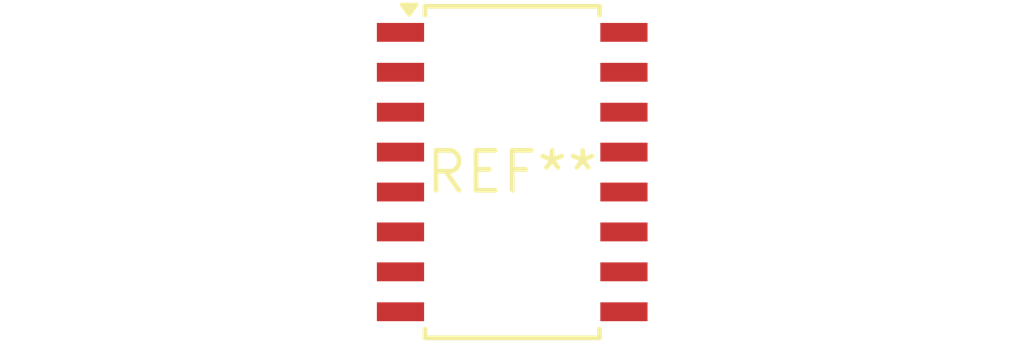
<source format=kicad_pcb>
(kicad_pcb (version 20240108) (generator pcbnew)
  (layers (0 "F.Cu" signal) (31 "B.Cu" signal) (34 "B.Paste" user) (35 "F.Paste" user) (36 "B.SilkS" user "B.Silkscreen") (37 "F.SilkS" user "F.Silkscreen") (38 "B.Mask" user) (39 "F.Mask" user) (44 "Edge.Cuts" user))
  (net 0 "")
  (footprint "SOIC-16W_5.3x10.2mm_P1.27mm" (layer "F.Cu") (at 0 0)
    (property "Reference" "REF**")
    (property "Value" "SOIC-16W_5.3x10.2mm_P1.27mm")
    (fp_line (start -2.775 -5.275) (end -2.775 -5) (layer "F.SilkS") (stroke (width 0.15)))
    (fp_line (start -2.775 -5.275) (end 2.775 -5.275) (layer "F.SilkS") (stroke (width 0.15)))
    (fp_line (start -2.775 5.275) (end -2.775 5) (layer "F.SilkS") (stroke (width 0.15)))
    (fp_line (start -2.775 5.275) (end 2.775 5.275) (layer "F.SilkS") (stroke (width 0.15)))
    (fp_line (start 2.775 -5.275) (end 2.775 -5) (layer "F.SilkS") (stroke (width 0.15)))
    (fp_line (start 2.775 5.275) (end 2.775 5) (layer "F.SilkS") (stroke (width 0.15)))
    (fp_poly (pts (xy -3.275 -5) (xy -3.515 -5.33) (xy -3.035 -5.33) (xy -3.275 -5)) (layer "F.SilkS") (stroke (width 0.12)) (fill solid))
    (pad "1" smd rect (at -3.55 -4.445) (size 1.5 0.6) (layers "F.Cu" "F.Paste" "F.Mask"))
    (pad "2" smd rect (at -3.55 -3.175) (size 1.5 0.6) (layers "F.Cu" "F.Paste" "F.Mask"))
    (pad "3" smd rect (at -3.55 -1.905) (size 1.5 0.6) (layers "F.Cu" "F.Paste" "F.Mask"))
    (pad "4" smd rect (at -3.55 -0.635) (size 1.5 0.6) (layers "F.Cu" "F.Paste" "F.Mask"))
    (pad "5" smd rect (at -3.55 0.635) (size 1.5 0.6) (layers "F.Cu" "F.Paste" "F.Mask"))
    (pad "6" smd rect (at -3.55 1.905) (size 1.5 0.6) (layers "F.Cu" "F.Paste" "F.Mask"))
    (pad "7" smd rect (at -3.55 3.175) (size 1.5 0.6) (layers "F.Cu" "F.Paste" "F.Mask"))
    (pad "8" smd rect (at -3.55 4.445) (size 1.5 0.6) (layers "F.Cu" "F.Paste" "F.Mask"))
    (pad "9" smd rect (at 3.55 4.445) (size 1.5 0.6) (layers "F.Cu" "F.Paste" "F.Mask"))
    (pad "10" smd rect (at 3.55 3.175) (size 1.5 0.6) (layers "F.Cu" "F.Paste" "F.Mask"))
    (pad "11" smd rect (at 3.55 1.905) (size 1.5 0.6) (layers "F.Cu" "F.Paste" "F.Mask"))
    (pad "12" smd rect (at 3.55 0.635) (size 1.5 0.6) (layers "F.Cu" "F.Paste" "F.Mask"))
    (pad "13" smd rect (at 3.55 -0.635) (size 1.5 0.6) (layers "F.Cu" "F.Paste" "F.Mask"))
    (pad "14" smd rect (at 3.55 -1.905) (size 1.5 0.6) (layers "F.Cu" "F.Paste" "F.Mask"))
    (pad "15" smd rect (at 3.55 -3.175) (size 1.5 0.6) (layers "F.Cu" "F.Paste" "F.Mask"))
    (pad "16" smd rect (at 3.55 -4.445) (size 1.5 0.6) (layers "F.Cu" "F.Paste" "F.Mask"))
  )
)
</source>
